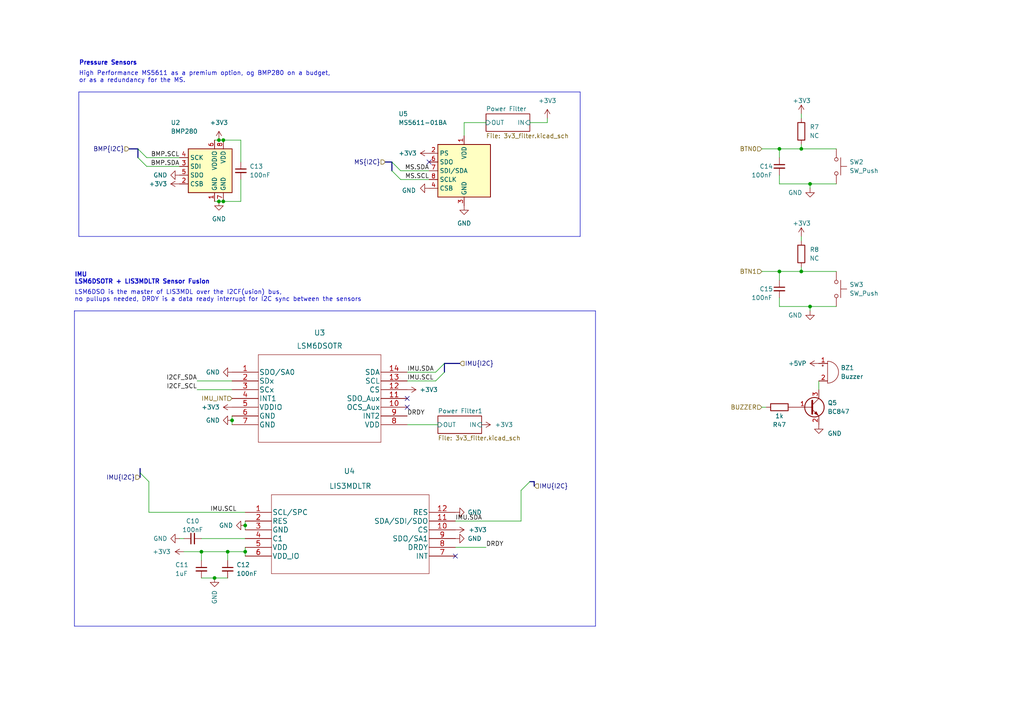
<source format=kicad_sch>
(kicad_sch (version 20230121) (generator eeschema)
  (paper "A4")
  (title_block (title "Marvin flight controller") (rev "0.1.1") (company "3Fall Engineering"))
  (lib_symbols
    (symbol "Device:Buzzer" (pin_names (offset 0.0254) hide)
      (property "Reference" "BZ" (at 3.81 1.27 0))
      (property "Value" "Buzzer" (at 3.81 -1.27 0))
      (symbol "Buzzer_0_1"
        (arc (start 0 -3.175) (mid 3.1612 0) (end 0 3.175))
        (polyline (pts (xy -1.651 1.905) (xy -1.143 1.905)))
        (polyline (pts (xy -1.397 2.159) (xy -1.397 1.651)))
        (polyline (pts (xy 0 3.175) (xy 0 -3.175)))
      )
      (symbol "Buzzer_1_1"
        (pin passive line (at -2.54 2.54 0) (length 2.54) (name "-") (number "1"))
        (pin passive line (at -2.54 -2.54 0) (length 2.54) (name "+") (number "2"))
      )
    )
    (symbol "Device:C_Small" (pin_numbers hide) (pin_names (offset 0.254) hide)
      (property "Reference" "C" (at 0.254 1.778 0))
      (property "Value" "C_Small" (at 0.254 -2.032 0))
      (symbol "C_Small_0_1"
        (polyline (pts (xy -1.524 -0.508) (xy 1.524 -0.508)) (stroke (width 0.3302)))
        (polyline (pts (xy -1.524 0.508) (xy 1.524 0.508)) (stroke (width 0.3048)))
      )
      (symbol "C_Small_1_1"
        (pin passive line (at 0 2.54 270) (length 2.032) (name "~") (number "1"))
        (pin passive line (at 0 -2.54 90) (length 2.032) (name "~") (number "2"))
      )
    )
    (symbol "Device:R" (pin_numbers hide) (pin_names (offset 0))
      (property "Reference" "R" (at 2.032 0 90))
      (property "Value" "R" (at 0 0 90))
      (symbol "R_0_1"
        (rectangle (start -1.016 -2.54) (end 1.016 2.54) (stroke (width 0.254)))
      )
      (symbol "R_1_1"
        (pin passive line (at 0 3.81 270) (length 1.27) (name "~") (number "1"))
        (pin passive line (at 0 -3.81 90) (length 1.27) (name "~") (number "2"))
      )
    )
    (symbol "LIS3:LIS3MDLTR" (pin_names (offset 0.254))
      (property "Reference" "U" (at 30.48 10.16 0))
      (property "Value" "LIS3MDLTR" (at 30.48 7.62 0))
      (symbol "LIS3MDLTR_1_1"
        (polyline (pts (xy 7.62 -17.78) (xy 53.34 -17.78)) (stroke (width 0.127)))
        (polyline (pts (xy 7.62 5.08) (xy 7.62 -17.78)) (stroke (width 0.127)))
        (polyline (pts (xy 53.34 -17.78) (xy 53.34 5.08)) (stroke (width 0.127)))
        (polyline (pts (xy 53.34 5.08) (xy 7.62 5.08)) (stroke (width 0.127)))
        (pin bidirectional line (at 0 0 0) (length 7.62) (name "SCL/SPC") (number "1"))
        (pin bidirectional line (at 60.96 -5.08 180) (length 7.62) (name "CS") (number "10"))
        (pin bidirectional line (at 60.96 -2.54 180) (length 7.62) (name "SDA/SDI/SDO") (number "11"))
        (pin unspecified line (at 60.96 0 180) (length 7.62) (name "RES") (number "12"))
        (pin unspecified line (at 0 -2.54 0) (length 7.62) (name "RES") (number "2"))
        (pin power_in line (at 0 -5.08 0) (length 7.62) (name "GND") (number "3"))
        (pin unspecified line (at 0 -7.62 0) (length 7.62) (name "C1") (number "4"))
        (pin power_in line (at 0 -10.16 0) (length 7.62) (name "VDD") (number "5"))
        (pin power_in line (at 0 -12.7 0) (length 7.62) (name "VDD_IO") (number "6"))
        (pin unspecified line (at 60.96 -12.7 180) (length 7.62) (name "INT") (number "7"))
        (pin unspecified line (at 60.96 -10.16 180) (length 7.62) (name "DRDY") (number "8"))
        (pin bidirectional line (at 60.96 -7.62 180) (length 7.62) (name "SDO/SA1") (number "9"))
      )
    )
    (symbol "LSMDSO:LSM6DSOTR" (pin_names (offset 0.254))
      (property "Reference" "U" (at 25.4 10.16 0))
      (property "Value" "LSM6DSOTR" (at 25.4 7.62 0))
      (symbol "LSM6DSOTR_1_1"
        (polyline (pts (xy 7.62 -20.32) (xy 43.18 -20.32)) (stroke (width 0.127)))
        (polyline (pts (xy 7.62 5.08) (xy 7.62 -20.32)) (stroke (width 0.127)))
        (polyline (pts (xy 43.18 -20.32) (xy 43.18 5.08)) (stroke (width 0.127)))
        (polyline (pts (xy 43.18 5.08) (xy 7.62 5.08)) (stroke (width 0.127)))
        (pin bidirectional line (at 0 0 0) (length 7.62) (name "SDO/SA0") (number "1"))
        (pin bidirectional line (at 50.8 -10.16 180) (length 7.62) (name "OCS_Aux") (number "10"))
        (pin bidirectional line (at 50.8 -7.62 180) (length 7.62) (name "SDO_Aux") (number "11"))
        (pin input line (at 50.8 -5.08 180) (length 7.62) (name "CS") (number "12"))
        (pin input line (at 50.8 -2.54 180) (length 7.62) (name "SCL") (number "13"))
        (pin bidirectional line (at 50.8 0 180) (length 7.62) (name "SDA") (number "14"))
        (pin bidirectional line (at 0 -2.54 0) (length 7.62) (name "SDx") (number "2"))
        (pin bidirectional line (at 0 -5.08 0) (length 7.62) (name "SCx") (number "3"))
        (pin output line (at 0 -7.62 0) (length 7.62) (name "INT1") (number "4"))
        (pin power_in line (at 0 -10.16 0) (length 7.62) (name "VDDIO") (number "5"))
        (pin power_in line (at 0 -12.7 0) (length 7.62) (name "GND") (number "6"))
        (pin power_in line (at 0 -15.24 0) (length 7.62) (name "GND") (number "7"))
        (pin power_in line (at 50.8 -15.24 180) (length 7.62) (name "VDD") (number "8"))
        (pin output line (at 50.8 -12.7 180) (length 7.62) (name "INT2") (number "9"))
      )
    )
    (symbol "Sensor_Pressure:BMP280"
      (property "Reference" "U" (at -7.62 10.16 0))
      (property "Value" "BMP280" (at 5.08 10.16 0))
      (symbol "BMP280_0_1"
        (rectangle (start -7.62 -5.08) (end 5.08 7.62) (stroke (width 0.254)) (fill (type background)))
      )
      (symbol "BMP280_1_1"
        (pin power_in line (at 0 -7.62 90) (length 2.54) (name "GND") (number "1"))
        (pin input line (at -10.16 -2.54 0) (length 2.54) (name "CSB") (number "2"))
        (pin bidirectional line (at -10.16 2.54 0) (length 2.54) (name "SDI") (number "3"))
        (pin input line (at -10.16 5.08 0) (length 2.54) (name "SCK") (number "4"))
        (pin bidirectional line (at -10.16 0 0) (length 2.54) (name "SDO") (number "5"))
        (pin power_in line (at 0 10.16 270) (length 2.54) (name "VDDIO") (number "6"))
        (pin power_in line (at 2.54 -7.62 90) (length 2.54) (name "GND") (number "7"))
        (pin power_in line (at 2.54 10.16 270) (length 2.54) (name "VDD") (number "8"))
      )
    )
    (symbol "Sensor_Pressure:MS5611-01BA"
      (property "Reference" "U" (at -6.35 8.89 0))
      (property "Value" "MS5611-01BA" (at 7.62 8.89 0))
      (symbol "MS5611-01BA_0_1"
        (rectangle (start -7.62 7.62) (end 7.62 -7.62) (stroke (width 0.254)) (fill (type background)))
      )
      (symbol "MS5611-01BA_1_1"
        (pin power_in line (at 0 10.16 270) (length 2.54) (name "VDD") (number "1"))
        (pin input line (at -10.16 5.08 0) (length 2.54) (name "PS") (number "2"))
        (pin power_in line (at 0 -10.16 90) (length 2.54) (name "GND") (number "3"))
        (pin input line (at -10.16 -5.08 0) (length 2.54) (name "CSB") (number "4"))
        (pin input line (at -10.16 -5.08 0) (length 2.54) hide (name "CSB") (number "5"))
        (pin output line (at -10.16 2.54 0) (length 2.54) (name "SDO") (number "6"))
        (pin bidirectional line (at -10.16 0 0) (length 2.54) (name "SDI/SDA") (number "7"))
        (pin input line (at -10.16 -2.54 0) (length 2.54) (name "SCLK") (number "8"))
      )
    )
    (symbol "Switch:SW_Push" (pin_numbers hide) (pin_names (offset 1.016) hide)
      (property "Reference" "SW" (at 1.27 2.54 0))
      (property "Value" "SW_Push" (at 0 -1.524 0))
      (symbol "SW_Push_0_1"
        (circle (center -2.032 0) (radius 0.508))
        (polyline (pts (xy 0 1.27) (xy 0 3.048)))
        (polyline (pts (xy 2.54 1.27) (xy -2.54 1.27)))
        (circle (center 2.032 0) (radius 0.508))
        (pin passive line (at -5.08 0 0) (length 2.54) (name "1") (number "1"))
        (pin passive line (at 5.08 0 180) (length 2.54) (name "2") (number "2"))
      )
    )
    (symbol "Transistor_BJT:BC847" (pin_names (offset 0) hide)
      (property "Reference" "Q" (at 5.08 1.905 0))
      (property "Value" "BC847" (at 5.08 0 0))
      (symbol "BC847_0_1"
        (polyline (pts (xy 0.635 0.635) (xy 2.54 2.54)))
        (polyline (pts (xy 0.635 -0.635) (xy 2.54 -2.54) (xy 2.54 -2.54)))
        (polyline (pts (xy 0.635 1.905) (xy 0.635 -1.905) (xy 0.635 -1.905)) (stroke (width 0.508)))
        (polyline (pts (xy 1.27 -1.778) (xy 1.778 -1.27) (xy 2.286 -2.286) (xy 1.27 -1.778) (xy 1.27 -1.778)) (fill (type outline)))
        (circle (center 1.27 0) (radius 2.8194) (stroke (width 0.254)))
      )
      (symbol "BC847_1_1"
        (pin input line (at -5.08 0 0) (length 5.715) (name "B") (number "1"))
        (pin passive line (at 2.54 -5.08 90) (length 2.54) (name "E") (number "2"))
        (pin passive line (at 2.54 5.08 270) (length 2.54) (name "C") (number "3"))
      )
    )
    (symbol "power:+3V3" (power) (pin_names (offset 0))
      (property "Value" "+3V3" (at 0 3.556 0))
      (symbol "+3V3_0_1"
        (polyline (pts (xy -0.762 1.27) (xy 0 2.54)))
        (polyline (pts (xy 0 0) (xy 0 2.54)))
        (polyline (pts (xy 0 2.54) (xy 0.762 1.27)))
      )
      (symbol "+3V3_1_1"
        (pin power_in line (at 0 0 90) (length 0) hide (name "+3V3") (number "1"))
      )
    )
    (symbol "power:+5VP" (power) (pin_names (offset 0))
      (property "Value" "+5VP" (at 0 3.556 0))
      (symbol "+5VP_0_1"
        (polyline (pts (xy -0.762 1.27) (xy 0 2.54)))
        (polyline (pts (xy 0 0) (xy 0 2.54)))
        (polyline (pts (xy 0 2.54) (xy 0.762 1.27)))
      )
      (symbol "+5VP_1_1"
        (pin power_in line (at 0 0 90) (length 0) hide (name "+5VP") (number "1"))
      )
    )
    (symbol "power:GND" (power) (pin_names (offset 0))
      (property "Value" "GND" (at 0 -3.81 0))
      (symbol "GND_0_1"
        (polyline (pts (xy 0 0) (xy 0 -1.27) (xy 1.27 -1.27) (xy 0 -2.54) (xy -1.27 -1.27) (xy 0 -1.27)))
      )
      (symbol "GND_1_1"
        (pin power_in line (at 0 0 270) (length 0) hide (name "GND") (number "1"))
      )
    )
  )
  (junction (at 63.5 58.42))
  (junction (at 58.42 160.02))
  (junction (at 64.77 58.42))
  (junction (at 232.41 43.18))
  (junction (at 226.06 43.18))
  (junction (at 234.95 53.34))
  (junction (at 66.04 160.02))
  (junction (at 71.12 160.02))
  (junction (at 67.31 121.92))
  (junction (at 64.77 40.64))
  (junction (at 71.12 152.4))
  (junction (at 63.5 40.64))
  (junction (at 62.23 167.64))
  (junction (at 226.06 78.74))
  (junction (at 234.95 88.9))
  (junction (at 232.41 78.74))
  (no_connect (at 124.46 46.99))
  (no_connect (at 118.11 115.57))
  (no_connect (at 118.11 118.11))
  (no_connect (at 132.08 161.29))
  (bus_entry (at 40.64 137.16) (size 2.54 2.54))
  (bus_entry (at 113.665 49.53) (size 2.54 2.54))
  (bus_entry (at 40.005 45.72) (size 2.54 2.54))
  (bus_entry (at 113.665 46.99) (size 2.54 2.54))
  (bus_entry (at 40.005 43.18) (size 2.54 2.54))
  (bus_entry (at 128.905 105.41) (size -2.54 2.54))
  (bus_entry (at 153.67 139.7) (size -2.54 2.54))
  (bus_entry (at 128.905 107.95) (size -2.54 2.54))
  (wire (pts (xy 232.41 77.47) (xy 232.41 78.74)))
  (wire (pts (xy 116.205 49.53) (xy 124.46 49.53)))
  (wire (pts (xy 43.18 148.59) (xy 71.12 148.59)))
  (wire (pts (xy 118.11 110.49) (xy 126.365 110.49)))
  (polyline (pts (xy 22.86 26.67) (xy 22.86 68.58)))
  (wire (pts (xy 226.06 78.74) (xy 226.06 81.28)))
  (wire (pts (xy 153.67 35.56) (xy 158.75 35.56)))
  (wire (pts (xy 42.545 45.72) (xy 52.07 45.72)))
  (wire (pts (xy 118.11 123.19) (xy 127 123.19)))
  (wire (pts (xy 226.06 53.34) (xy 234.95 53.34)))
  (wire (pts (xy 64.77 40.64) (xy 69.85 40.64)))
  (wire (pts (xy 226.06 50.8) (xy 226.06 53.34)))
  (wire (pts (xy 53.34 160.02) (xy 58.42 160.02)))
  (wire (pts (xy 226.06 86.36) (xy 226.06 88.9)))
  (wire (pts (xy 237.49 113.03) (xy 237.49 110.49)))
  (wire (pts (xy 226.06 88.9) (xy 234.95 88.9)))
  (bus (pts (xy 154.94 139.7) (xy 153.67 139.7)))
  (polyline (pts (xy 21.59 181.61) (xy 172.72 181.61)))
  (bus (pts (xy 37.465 43.18) (xy 40.005 43.18)))
  (wire (pts (xy 220.98 43.18) (xy 226.06 43.18)))
  (polyline (pts (xy 22.86 68.58) (xy 168.275 68.58)))
  (wire (pts (xy 232.41 68.58) (xy 232.41 69.85)))
  (polyline (pts (xy 21.59 90.17) (xy 21.59 181.61)))
  (wire (pts (xy 57.15 113.03) (xy 67.31 113.03)))
  (polyline (pts (xy 172.72 181.61) (xy 172.72 90.17)))
  (wire (pts (xy 43.18 139.7) (xy 43.18 148.59)))
  (wire (pts (xy 71.12 152.4) (xy 71.12 153.67)))
  (wire (pts (xy 118.11 107.95) (xy 126.365 107.95)))
  (wire (pts (xy 232.41 43.18) (xy 242.57 43.18)))
  (wire (pts (xy 66.04 160.02) (xy 58.42 160.02)))
  (bus (pts (xy 40.64 135.89) (xy 40.64 137.16)))
  (wire (pts (xy 58.42 167.64) (xy 62.23 167.64)))
  (wire (pts (xy 140.97 158.75) (xy 132.08 158.75)))
  (wire (pts (xy 67.31 120.65) (xy 67.31 121.92)))
  (wire (pts (xy 71.12 151.13) (xy 71.12 152.4)))
  (wire (pts (xy 71.12 160.02) (xy 71.12 161.29)))
  (wire (pts (xy 62.23 40.64) (xy 63.5 40.64)))
  (wire (pts (xy 66.04 160.02) (xy 71.12 160.02)))
  (bus (pts (xy 154.94 140.97) (xy 154.94 139.7)))
  (wire (pts (xy 67.31 121.92) (xy 67.31 123.19)))
  (wire (pts (xy 52.07 156.21) (xy 53.34 156.21)))
  (wire (pts (xy 158.75 35.56) (xy 158.75 34.29)))
  (wire (pts (xy 226.06 43.18) (xy 232.41 43.18)))
  (bus (pts (xy 40.64 137.16) (xy 40.64 138.43)))
  (polyline (pts (xy 21.59 90.17) (xy 21.59 90.17)))
  (wire (pts (xy 58.42 156.21) (xy 71.12 156.21)))
  (wire (pts (xy 232.41 78.74) (xy 242.57 78.74)))
  (wire (pts (xy 232.41 33.02) (xy 232.41 34.29)))
  (wire (pts (xy 234.95 53.34) (xy 242.57 53.34)))
  (wire (pts (xy 234.95 90.17) (xy 234.95 88.9)))
  (wire (pts (xy 63.5 40.64) (xy 64.77 40.64)))
  (wire (pts (xy 116.205 52.07) (xy 124.46 52.07)))
  (polyline (pts (xy 22.86 26.67) (xy 168.275 26.67)))
  (wire (pts (xy 69.85 58.42) (xy 64.77 58.42)))
  (wire (pts (xy 42.545 48.26) (xy 52.07 48.26)))
  (wire (pts (xy 71.12 158.75) (xy 71.12 160.02)))
  (wire (pts (xy 232.41 41.91) (xy 232.41 43.18)))
  (wire (pts (xy 220.98 118.11) (xy 222.25 118.11)))
  (wire (pts (xy 226.06 78.74) (xy 232.41 78.74)))
  (bus (pts (xy 40.005 43.18) (xy 40.005 45.72)))
  (wire (pts (xy 69.85 46.99) (xy 69.85 40.64)))
  (wire (pts (xy 62.23 167.64) (xy 66.04 167.64)))
  (wire (pts (xy 234.95 54.61) (xy 234.95 53.34)))
  (wire (pts (xy 63.5 58.42) (xy 64.77 58.42)))
  (wire (pts (xy 58.42 160.02) (xy 58.42 162.56)))
  (wire (pts (xy 134.62 35.56) (xy 134.62 39.37)))
  (wire (pts (xy 66.04 162.56) (xy 66.04 160.02)))
  (polyline (pts (xy 172.72 90.17) (xy 21.59 90.17)))
  (wire (pts (xy 234.95 88.9) (xy 242.57 88.9)))
  (wire (pts (xy 57.15 110.49) (xy 67.31 110.49)))
  (wire (pts (xy 151.13 142.24) (xy 151.13 151.13)))
  (polyline (pts (xy 168.275 68.58) (xy 168.275 26.67)))
  (bus (pts (xy 133.35 105.41) (xy 128.905 105.41)))
  (bus (pts (xy 128.905 105.41) (xy 128.905 107.95)))
  (wire (pts (xy 62.23 58.42) (xy 63.5 58.42)))
  (wire (pts (xy 226.06 43.18) (xy 226.06 45.72)))
  (bus (pts (xy 113.665 46.99) (xy 113.665 49.53)))
  (wire (pts (xy 151.13 151.13) (xy 132.08 151.13)))
  (wire (pts (xy 140.97 35.56) (xy 134.62 35.56)))
  (wire (pts (xy 220.98 78.74) (xy 226.06 78.74)))
  (bus (pts (xy 111.76 46.99) (xy 113.665 46.99)))
  (wire (pts (xy 69.85 52.07) (xy 69.85 58.42)))
  (text "High Performance MS5611 as a premium option, og BMP280 on a budget,\nor as a redundancy for the MS." (at 22.86 24.13 0) (effects (font (size 1.27 1.27)) (justify left bottom)))
  (text "Pressure Sensors\n" (at 22.86 19.05 0) (effects (font (size 1.27 1.27) (thickness 0.254) bold) (justify left bottom)))
  (text "IMU \nLSM6DSOTR + LIS3MDLTR Sensor Fusion" (at 21.59 82.55 0) (effects (font (size 1.27 1.27) bold) (justify left bottom)))
  (text "LSM6DSO is the master of LIS3MDL over the I2CF(usion) bus,\nno pullups needed, DRDY is a data ready interrupt for I2C sync between the sensors\n" (at 21.59 87.63 0) (effects (font (size 1.27 1.27)) (justify left bottom)))
  (label "DRDY" (at 140.97 158.75 0))
  (label "DRDY" (at 118.11 120.65 0))
  (label "IMU.SCL" (at 60.96 148.59 0))
  (label "MS.SDA" (at 124.46 49.53 180))
  (label "BMP.SCL" (at 52.07 45.72 180))
  (label "I2CF_SCL" (at 57.15 113.03 180))
  (label "BMP.SDA" (at 52.07 48.26 180))
  (label "I2CF_SDA" (at 57.15 110.49 180))
  (label "IMU.SCL" (at 118.11 110.49 0))
  (label "MS.SCL" (at 124.46 52.07 180))
  (label "IMU.SDA" (at 118.11 107.95 0))
  (label "IMU.SDA" (at 132.08 151.13 0))
  (hierarchical_label "BUZZER" (shape input) (at 220.98 118.11 180))
  (hierarchical_label "BMP{I2C}" (shape input) (at 37.465 43.18 180))
  (hierarchical_label "IMU_INT" (shape input) (at 67.31 115.57 180))
  (hierarchical_label "BTN0" (shape input) (at 220.98 43.18 180))
  (hierarchical_label "MS{I2C}" (shape input) (at 111.76 46.99 180))
  (hierarchical_label "IMU{I2C}" (shape input) (at 133.35 105.41 0))
  (hierarchical_label "IMU{I2C}" (shape input) (at 154.94 140.97 0))
  (hierarchical_label "IMU{I2C}" (shape input) (at 40.64 138.43 180))
  (hierarchical_label "BTN1" (shape input) (at 220.98 78.74 180))
  (symbol (lib_id "power:+3V3") (at 158.75 34.29 0) (unit 1)
    (property "Reference" "#PWR040" (effects hide))
    (property "Value" "+3V3" (at 158.75 29.21 0))
  )
  (symbol (lib_id "power:+3V3") (at 52.07 53.34 90) (unit 1)
    (property "Reference" "#PWR025" (effects hide))
    (property "Value" "+3V3" (at 43.18 53.34 90) (effects (justify right)))
  )
  (symbol (lib_id "Device:C_Small") (at 226.06 83.82 0) (unit 1)
    (property "Reference" "C15" (at 222.25 83.82 0))
    (property "Value" "100nF" (at 220.98 86.36 0))
    (property "Footprint" "Capacitor_SMD:C_0603_1608Metric" (effects hide))
  )
  (symbol (lib_id "Transistor_BJT:BC847") (at 234.95 118.11 0) (unit 1)
    (property "Reference" "Q5" (at 240.03 116.8399 0) (effects (justify left)))
    (property "Value" "BC847" (at 240.03 119.3799 0) (effects (justify left)))
    (property "Footprint" "Package_TO_SOT_SMD:SOT-23" (effects hide))
    (property "Datasheet" "http://www.infineon.com/dgdl/Infineon-BC847SERIES_BC848SERIES_BC849SERIES_BC850SERIES-DS-v01_01-en.pdf?fileId=db3a304314dca389011541d4630a1657" (effects hide))
  )
  (symbol (lib_id "power:GND") (at 134.62 59.69 0) (unit 1)
    (property "Reference" "#PWR038" (effects hide))
    (property "Value" "GND" (at 134.62 64.77 0))
  )
  (symbol (lib_id "power:GND") (at 234.95 54.61 0) (unit 1)
    (property "Reference" "#PWR043" (effects hide))
    (property "Value" "GND" (at 228.6 55.88 0) (effects (justify left)))
  )
  (symbol (lib_id "Device:R") (at 232.41 73.66 180) (unit 1)
    (property "Reference" "R8" (at 236.22 72.39 0))
    (property "Value" "NC" (at 236.22 74.93 0))
    (property "Footprint" "Resistor_SMD:R_0603_1608Metric" (effects hide))
  )
  (symbol (lib_id "Sensor_Pressure:BMP280") (at 62.23 50.8 0) (unit 1)
    (property "Reference" "U2" (at 49.53 35.56 0) (effects (justify left)))
    (property "Value" "BMP280" (at 49.53 38.1 0) (effects (justify left)))
    (property "Footprint" "Package_LGA:Bosch_LGA-8_2x2.5mm_P0.65mm_ClockwisePinNumbering" (effects hide))
    (property "Datasheet" "https://ae-bst.resource.bosch.com/media/_tech/media/datasheets/BST-BMP280-DS001.pdf" (effects hide))
  )
  (symbol (lib_id "Switch:SW_Push") (at 242.57 48.26 270) (unit 1)
    (property "Reference" "SW2" (at 246.38 46.9899 90) (effects (justify left)))
    (property "Value" "SW_Push" (at 246.38 49.5299 90) (effects (justify left)))
    (property "Footprint" "FancySwitch:FancySwitchFootprint" (effects hide))
  )
  (symbol (lib_id "Device:R") (at 232.41 38.1 180) (unit 1)
    (property "Reference" "R7" (at 236.22 36.83 0))
    (property "Value" "NC" (at 236.22 39.37 0))
    (property "Footprint" "Resistor_SMD:R_0603_1608Metric" (effects hide))
  )
  (symbol (lib_id "power:+3V3") (at 132.08 153.67 270) (unit 1)
    (property "Reference" "#PWR037" (effects hide))
    (property "Value" "+3V3" (at 135.89 153.67 90) (effects (justify left)))
  )
  (symbol (lib_id "power:GND") (at 67.31 107.95 270) (unit 1)
    (property "Reference" "#PWR0134" (effects hide))
    (property "Value" "GND" (at 59.69 107.95 90) (effects (justify left)))
  )
  (symbol (lib_id "power:+3V3") (at 124.46 44.45 90) (unit 1)
    (property "Reference" "#PWR035" (effects hide))
    (property "Value" "+3V3" (at 115.57 44.45 90) (effects (justify right)))
  )
  (symbol (lib_id "Device:R") (at 226.06 118.11 270) (unit 1)
    (property "Reference" "R47" (at 226.06 123.19 90))
    (property "Value" "1k" (at 226.06 120.65 90))
    (property "Footprint" "Resistor_SMD:R_0603_1608Metric" (effects hide))
  )
  (symbol (lib_id "power:+5VP") (at 237.49 105.41 90) (unit 1)
    (property "Reference" "#PWR0116" (effects hide))
    (property "Value" "+5VP" (at 228.6 105.41 90) (effects (justify right)))
  )
  (symbol (lib_id "power:GND") (at 52.07 50.8 270) (unit 1)
    (property "Reference" "#PWR024" (effects hide))
    (property "Value" "GND" (at 44.45 50.8 90) (effects (justify left)))
  )
  (symbol (lib_id "LSMDSO:LSM6DSOTR") (at 67.31 107.95 0) (unit 1)
    (property "Reference" "U3" (at 92.71 96.52 0) (effects (font (size 1.524 1.524))))
    (property "Value" "LSM6DSOTR" (at 92.71 100.33 0) (effects (font (size 1.524 1.524))))
    (property "Footprint" "Package_LGA:LGA-14_3x2.5mm_P0.5mm_LayoutBorder3x4y" (effects hide))
  )
  (symbol (lib_id "power:GND") (at 234.95 90.17 0) (unit 1)
    (property "Reference" "#PWR044" (effects hide))
    (property "Value" "GND" (at 228.6 91.44 0) (effects (justify left)))
  )
  (symbol (lib_id "power:+3V3") (at 53.34 160.02 90) (unit 1)
    (property "Reference" "#PWR027" (effects hide))
    (property "Value" "+3V3" (at 49.53 160.02 90) (effects (justify left)))
  )
  (symbol (lib_id "power:GND") (at 237.49 123.19 0) (unit 1)
    (property "Reference" "#PWR0117" (effects hide))
    (property "Value" "GND" (at 240.03 125.73 0) (effects (justify left)))
  )
  (symbol (lib_id "power:GND") (at 132.08 148.59 90) (unit 1)
    (property "Reference" "#PWR036" (effects hide))
    (property "Value" "GND" (at 139.7 148.59 90) (effects (justify left)))
  )
  (symbol (lib_id "Device:C_Small") (at 58.42 165.1 0) (unit 1)
    (property "Reference" "C11" (at 50.8 163.83 0) (effects (justify left)))
    (property "Value" "1uF" (at 50.8 166.37 0) (effects (justify left)))
    (property "Footprint" "Capacitor_SMD:C_0603_1608Metric" (effects hide))
  )
  (symbol (lib_id "LIS3:LIS3MDLTR") (at 71.12 148.59 0) (unit 1)
    (property "Reference" "U4" (at 101.346 136.652 0) (effects (font (size 1.524 1.524))))
    (property "Value" "LIS3MDLTR" (at 101.6 140.97 0) (effects (font (size 1.524 1.524))))
    (property "Footprint" "Package_LGA:LGA-12_2x2mm_P0.5mm" (effects hide))
  )
  (symbol (lib_id "power:GND") (at 63.5 58.42 0) (unit 1)
    (property "Reference" "#PWR030" (effects hide))
    (property "Value" "GND" (at 63.5 63.5 0))
  )
  (symbol (lib_id "power:+3V3") (at 232.41 33.02 0) (unit 1)
    (property "Reference" "#PWR041" (effects hide))
    (property "Value" "+3V3" (at 229.87 29.21 0) (effects (justify left)))
  )
  (symbol (lib_id "power:+3V3") (at 139.7 123.19 270) (unit 1)
    (property "Reference" "#PWR039" (effects hide))
    (property "Value" "+3V3" (at 143.51 123.19 90) (effects (justify left)))
  )
  (symbol (lib_id "Switch:SW_Push") (at 242.57 83.82 270) (unit 1)
    (property "Reference" "SW3" (at 246.38 82.5499 90) (effects (justify left)))
    (property "Value" "SW_Push" (at 246.38 85.0899 90) (effects (justify left)))
    (property "Footprint" "FancySwitch:FancySwitchFootprint" (effects hide))
  )
  (symbol (lib_id "Device:C_Small") (at 66.04 165.1 0) (unit 1)
    (property "Reference" "C12" (at 68.58 163.83 0) (effects (justify left)))
    (property "Value" "100nF" (at 68.58 166.37 0) (effects (justify left)))
    (property "Footprint" "Capacitor_SMD:C_0603_1608Metric" (effects hide))
  )
  (symbol (lib_id "power:+3V3") (at 118.11 113.03 270) (unit 1)
    (property "Reference" "#PWR034" (effects hide))
    (property "Value" "+3V3" (at 127 113.03 90) (effects (justify right)))
  )
  (symbol (lib_id "power:GND") (at 52.07 156.21 270) (unit 1)
    (property "Reference" "#PWR026" (effects hide))
    (property "Value" "GND" (at 44.45 156.21 90) (effects (justify left)))
  )
  (symbol (lib_id "Device:C_Small") (at 69.85 49.53 0) (unit 1)
    (property "Reference" "C13" (at 72.39 48.2662 0) (effects (justify left)))
    (property "Value" "100nF" (at 72.39 50.8062 0) (effects (justify left)))
    (property "Footprint" "Capacitor_SMD:C_0603_1608Metric" (effects hide))
  )
  (symbol (lib_id "Device:C_Small") (at 226.06 48.26 0) (unit 1)
    (property "Reference" "C14" (at 222.25 48.26 0))
    (property "Value" "100nF" (at 220.98 50.8 0))
    (property "Footprint" "Capacitor_SMD:C_0603_1608Metric" (effects hide))
  )
  (symbol (lib_id "power:GND") (at 62.23 167.64 0) (unit 1)
    (property "Reference" "#PWR028" (effects hide))
    (property "Value" "GND" (at 62.23 175.26 90) (effects (justify left)))
  )
  (symbol (lib_id "Sensor_Pressure:MS5611-01BA") (at 134.62 49.53 0) (unit 1)
    (property "Reference" "U5" (at 115.57 33.02 0) (effects (justify left)))
    (property "Value" "MS5611-01BA" (at 115.57 35.56 0) (effects (justify left)))
    (property "Footprint" "Package_LGA:LGA-8_3x5mm_P1.25mm" (effects hide))
    (property "Datasheet" "https://www.te.com/commerce/DocumentDelivery/DDEController?Action=srchrtrv&DocNm=MS5611-01BA03&DocType=Data+Sheet&DocLang=English" (effects hide))
  )
  (symbol (lib_id "power:+3V3") (at 67.31 118.11 90) (unit 1)
    (property "Reference" "#PWR031" (effects hide))
    (property "Value" "+3V3" (at 58.42 118.11 90) (effects (justify right)))
  )
  (symbol (lib_id "Device:C_Small") (at 55.88 156.21 90) (unit 1)
    (property "Reference" "C10" (at 55.88 151.13 90))
    (property "Value" "100nF" (at 55.88 153.67 90))
    (property "Footprint" "Capacitor_SMD:C_0603_1608Metric" (effects hide))
  )
  (symbol (lib_id "Device:Buzzer") (at 240.03 107.95 0) (unit 1)
    (property "Reference" "BZ1" (at 243.84 106.6799 0) (effects (justify left)))
    (property "Value" "Buzzer" (at 243.84 109.2199 0) (effects (justify left)))
    (property "Footprint" "Buzzer_Beeper:Buzzer_12x9.5RM7.6" (effects hide))
  )
  (symbol (lib_id "power:GND") (at 132.08 156.21 90) (unit 1)
    (property "Reference" "#PWR0135" (effects hide))
    (property "Value" "GND" (at 139.7 156.21 90) (effects (justify left)))
  )
  (symbol (lib_id "power:+3V3") (at 63.5 40.64 0) (unit 1)
    (property "Reference" "#PWR029" (effects hide))
    (property "Value" "+3V3" (at 63.5 35.56 0))
  )
  (symbol (lib_id "power:GND") (at 71.12 152.4 270) (unit 1)
    (property "Reference" "#PWR033" (effects hide))
    (property "Value" "GND" (at 63.5 152.4 90) (effects (justify left)))
  )
  (symbol (lib_id "power:GND") (at 124.46 54.61 270) (unit 1)
    (property "Reference" "#PWR0132" (effects hide))
    (property "Value" "GND" (at 120.65 55.245 90) (effects (justify right)))
  )
  (symbol (lib_id "power:+3V3") (at 232.41 68.58 0) (unit 1)
    (property "Reference" "#PWR042" (effects hide))
    (property "Value" "+3V3" (at 229.87 64.77 0) (effects (justify left)))
  )
  (symbol (lib_id "power:GND") (at 67.31 121.92 270) (unit 1)
    (property "Reference" "#PWR032" (effects hide))
    (property "Value" "GND" (at 59.69 121.92 90) (effects (justify left)))
  )
  (sheet (at 140.97 33.02) (size 12.7 5.08) (stroke (width 0.1524))
    (property "Sheetname" "Power Filter" (at 140.97 32.3084 0) (effects (justify left bottom)))
    (property "Sheetfile" "3v3_filter.kicad_sch" (at 140.97 38.6846 0) (effects (justify left top)))
    (pin "IN" input (at 153.67 35.56 0))
    (pin "OUT" input (at 140.97 35.56 180))
  )
  (sheet (at 127 120.65) (size 12.7 5.08) (stroke (width 0.1524))
    (property "Sheetname" "Power Filter1" (at 127 119.9384 0) (effects (justify left bottom)))
    (property "Sheetfile" "3v3_filter.kicad_sch" (at 127 126.3146 0) (effects (justify left top)))
    (pin "IN" input (at 139.7 123.19 0))
    (pin "OUT" input (at 127 123.19 180))
  )
)
</source>
